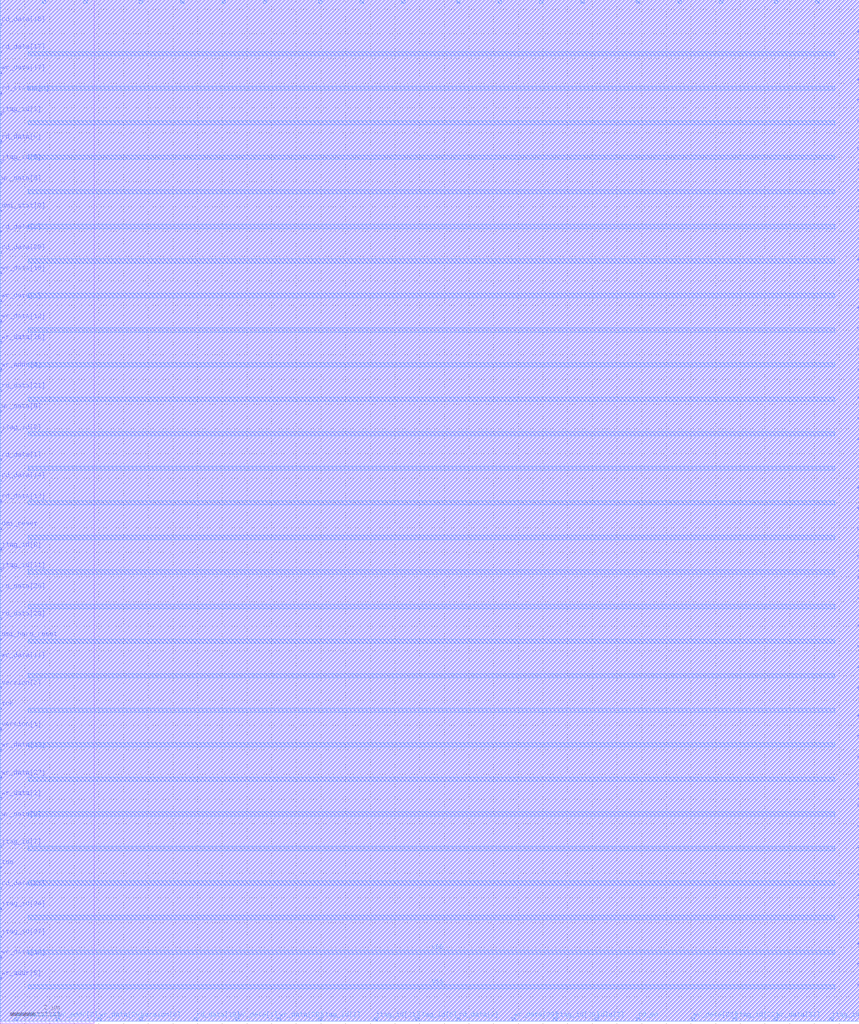
<source format=lef>
VERSION 5.8 ;
BUSBITCHARS "[]" ;
DIVIDERCHAR "/" ;
UNITS
    DATABASE MICRONS 2000 ;
END UNITS

MACRO rvjtag_tap
  FOREIGN rvjtag_tap 0 0 ;
  CLASS BLOCK ;
  SIZE 34.82 BY 41.385 ;
  PIN VSS
    USE GROUND ;
    DIRECTION INOUT ;
    PORT
      LAYER metal4 ;
        RECT  1.14 37.715 33.82 37.885 ;
        RECT  1.14 34.915 33.82 35.085 ;
        RECT  1.14 32.115 33.82 32.285 ;
        RECT  1.14 29.315 33.82 29.485 ;
        RECT  1.14 26.515 33.82 26.685 ;
        RECT  1.14 23.715 33.82 23.885 ;
        RECT  1.14 20.915 33.82 21.085 ;
        RECT  1.14 18.115 33.82 18.285 ;
        RECT  1.14 15.315 33.82 15.485 ;
        RECT  1.14 12.515 33.82 12.685 ;
        RECT  1.14 9.715 33.82 9.885 ;
        RECT  1.14 6.915 33.82 7.085 ;
        RECT  1.14 4.115 33.82 4.285 ;
        RECT  1.14 1.315 33.82 1.485 ;
    END
  END VSS
  PIN VDD
    USE POWER ;
    DIRECTION INOUT ;
    PORT
      LAYER metal4 ;
        RECT  1.14 39.115 33.82 39.285 ;
        RECT  1.14 36.315 33.82 36.485 ;
        RECT  1.14 33.515 33.82 33.685 ;
        RECT  1.14 30.715 33.82 30.885 ;
        RECT  1.14 27.915 33.82 28.085 ;
        RECT  1.14 25.115 33.82 25.285 ;
        RECT  1.14 22.315 33.82 22.485 ;
        RECT  1.14 19.515 33.82 19.685 ;
        RECT  1.14 16.715 33.82 16.885 ;
        RECT  1.14 13.915 33.82 14.085 ;
        RECT  1.14 11.115 33.82 11.285 ;
        RECT  1.14 8.315 33.82 8.485 ;
        RECT  1.14 5.515 33.82 5.685 ;
        RECT  1.14 2.715 33.82 2.885 ;
    END
  END VDD
  PIN dmi_hard_reset
    DIRECTION OUTPUT ;
    USE SIGNAL ;
    PORT
      LAYER metal3 ;
        RECT  0 15.435 0.07 15.505 ;
    END
  END dmi_hard_reset
  PIN dmi_reset
    DIRECTION OUTPUT ;
    USE SIGNAL ;
    PORT
      LAYER metal3 ;
        RECT  0 19.915 0.07 19.985 ;
    END
  END dmi_reset
  PIN dmi_stat[0]
    DIRECTION INPUT ;
    USE SIGNAL ;
    PORT
      LAYER metal3 ;
        RECT  0 32.795 0.07 32.865 ;
    END
  END dmi_stat[0]
  PIN dmi_stat[1]
    DIRECTION INPUT ;
    USE SIGNAL ;
    PORT
      LAYER metal3 ;
        RECT  34.75 10.675 34.82 10.745 ;
    END
  END dmi_stat[1]
  PIN idle[0]
    DIRECTION INPUT ;
    USE SIGNAL ;
    PORT
      LAYER metal3 ;
        RECT  34.75 20.755 34.82 20.825 ;
    END
  END idle[0]
  PIN idle[1]
    DIRECTION INPUT ;
    USE SIGNAL ;
    PORT
      LAYER metal3 ;
        RECT  34.75 23.555 34.82 23.625 ;
    END
  END idle[1]
  PIN idle[2]
    DIRECTION INPUT ;
    USE SIGNAL ;
    PORT
      LAYER metal4 ;
        RECT  24.105 0 24.245 0.14 ;
    END
  END idle[2]
  PIN jtag_id[10]
    DIRECTION INPUT ;
    USE SIGNAL ;
    PORT
      LAYER metal3 ;
        RECT  34.75 12.355 34.82 12.425 ;
    END
  END jtag_id[10]
  PIN jtag_id[11]
    DIRECTION INPUT ;
    USE SIGNAL ;
    PORT
      LAYER metal4 ;
        RECT  33.065 41.245 33.205 41.385 ;
    END
  END jtag_id[11]
  PIN jtag_id[12]
    DIRECTION INPUT ;
    USE SIGNAL ;
    PORT
      LAYER metal3 ;
        RECT  34.75 38.115 34.82 38.185 ;
    END
  END jtag_id[12]
  PIN jtag_id[13]
    DIRECTION INPUT ;
    USE SIGNAL ;
    PORT
      LAYER metal4 ;
        RECT  3.385 41.245 3.525 41.385 ;
    END
  END jtag_id[13]
  PIN jtag_id[14]
    DIRECTION INPUT ;
    USE SIGNAL ;
    PORT
      LAYER metal3 ;
        RECT  34.75 37.275 34.82 37.345 ;
    END
  END jtag_id[14]
  PIN jtag_id[15]
    DIRECTION INPUT ;
    USE SIGNAL ;
    PORT
      LAYER metal3 ;
        RECT  34.75 25.235 34.82 25.305 ;
    END
  END jtag_id[15]
  PIN jtag_id[16]
    DIRECTION INPUT ;
    USE SIGNAL ;
    PORT
      LAYER metal3 ;
        RECT  34.75 39.235 34.82 39.305 ;
    END
  END jtag_id[16]
  PIN jtag_id[17]
    DIRECTION INPUT ;
    USE SIGNAL ;
    PORT
      LAYER metal4 ;
        RECT  16.265 41.245 16.405 41.385 ;
    END
  END jtag_id[17]
  PIN jtag_id[18]
    DIRECTION INPUT ;
    USE SIGNAL ;
    PORT
      LAYER metal3 ;
        RECT  34.75 21.595 34.82 21.665 ;
    END
  END jtag_id[18]
  PIN jtag_id[19]
    DIRECTION INPUT ;
    USE SIGNAL ;
    PORT
      LAYER metal4 ;
        RECT  7.305 41.245 7.445 41.385 ;
    END
  END jtag_id[19]
  PIN jtag_id[1]
    DIRECTION INPUT ;
    USE SIGNAL ;
    PORT
      LAYER metal4 ;
        RECT  12.905 0 13.045 0.14 ;
    END
  END jtag_id[1]
  PIN jtag_id[20]
    DIRECTION INPUT ;
    USE SIGNAL ;
    PORT
      LAYER metal4 ;
        RECT  5.625 41.245 5.765 41.385 ;
    END
  END jtag_id[20]
  PIN jtag_id[21]
    DIRECTION INPUT ;
    USE SIGNAL ;
    PORT
      LAYER metal4 ;
        RECT  15.145 0 15.285 0.14 ;
    END
  END jtag_id[21]
  PIN jtag_id[22]
    DIRECTION INPUT ;
    USE SIGNAL ;
    PORT
      LAYER metal4 ;
        RECT  29.705 0 29.845 0.14 ;
    END
  END jtag_id[22]
  PIN jtag_id[23]
    DIRECTION INPUT ;
    USE SIGNAL ;
    PORT
      LAYER metal4 ;
        RECT  33.625 0 33.765 0.14 ;
    END
  END jtag_id[23]
  PIN jtag_id[24]
    DIRECTION INPUT ;
    USE SIGNAL ;
    PORT
      LAYER metal3 ;
        RECT  0 4.515 0.07 4.585 ;
    END
  END jtag_id[24]
  PIN jtag_id[25]
    DIRECTION INPUT ;
    USE SIGNAL ;
    PORT
      LAYER metal3 ;
        RECT  34.75 28.875 34.82 28.945 ;
    END
  END jtag_id[25]
  PIN jtag_id[26]
    DIRECTION INPUT ;
    USE SIGNAL ;
    PORT
      LAYER metal3 ;
        RECT  34.75 28.035 34.82 28.105 ;
    END
  END jtag_id[26]
  PIN jtag_id[27]
    DIRECTION INPUT ;
    USE SIGNAL ;
    PORT
      LAYER metal3 ;
        RECT  0 3.395 0.07 3.465 ;
    END
  END jtag_id[27]
  PIN jtag_id[28]
    DIRECTION INPUT ;
    USE SIGNAL ;
    PORT
      LAYER metal4 ;
        RECT  21.865 41.245 22.005 41.385 ;
    END
  END jtag_id[28]
  PIN jtag_id[29]
    DIRECTION INPUT ;
    USE SIGNAL ;
    PORT
      LAYER metal4 ;
        RECT  31.385 41.245 31.525 41.385 ;
    END
  END jtag_id[29]
  PIN jtag_id[2]
    DIRECTION INPUT ;
    USE SIGNAL ;
    PORT
      LAYER metal3 ;
        RECT  0 23.835 0.07 23.905 ;
    END
  END jtag_id[2]
  PIN jtag_id[30]
    DIRECTION INPUT ;
    USE SIGNAL ;
    PORT
      LAYER metal4 ;
        RECT  22.425 0 22.565 0.14 ;
    END
  END jtag_id[30]
  PIN jtag_id[31]
    DIRECTION INPUT ;
    USE SIGNAL ;
    PORT
      LAYER metal3 ;
        RECT  0 18.235 0.07 18.305 ;
    END
  END jtag_id[31]
  PIN jtag_id[3]
    DIRECTION INPUT ;
    USE SIGNAL ;
    PORT
      LAYER metal3 ;
        RECT  0 36.715 0.07 36.785 ;
    END
  END jtag_id[3]
  PIN jtag_id[4]
    DIRECTION INPUT ;
    USE SIGNAL ;
    PORT
      LAYER metal3 ;
        RECT  34.75 3.115 34.82 3.185 ;
    END
  END jtag_id[4]
  PIN jtag_id[5]
    DIRECTION INPUT ;
    USE SIGNAL ;
    PORT
      LAYER metal3 ;
        RECT  0 34.755 0.07 34.825 ;
    END
  END jtag_id[5]
  PIN jtag_id[6]
    DIRECTION INPUT ;
    USE SIGNAL ;
    PORT
      LAYER metal4 ;
        RECT  16.825 0 16.965 0.14 ;
    END
  END jtag_id[6]
  PIN jtag_id[7]
    DIRECTION INPUT ;
    USE SIGNAL ;
    PORT
      LAYER metal3 ;
        RECT  0 7.035 0.07 7.105 ;
    END
  END jtag_id[7]
  PIN jtag_id[8]
    DIRECTION INPUT ;
    USE SIGNAL ;
    PORT
      LAYER metal3 ;
        RECT  0 19.075 0.07 19.145 ;
    END
  END jtag_id[8]
  PIN jtag_id[9]
    DIRECTION INPUT ;
    USE SIGNAL ;
    PORT
      LAYER metal4 ;
        RECT  12.905 41.245 13.045 41.385 ;
    END
  END jtag_id[9]
  PIN rd_data[0]
    DIRECTION INPUT ;
    USE SIGNAL ;
    PORT
      LAYER metal3 ;
        RECT  0 35.595 0.07 35.665 ;
    END
  END rd_data[0]
  PIN rd_data[10]
    DIRECTION INPUT ;
    USE SIGNAL ;
    PORT
      LAYER metal3 ;
        RECT  34.75 14.315 34.82 14.385 ;
    END
  END rd_data[10]
  PIN rd_data[11]
    DIRECTION INPUT ;
    USE SIGNAL ;
    PORT
      LAYER metal3 ;
        RECT  34.75 30.835 34.82 30.905 ;
    END
  END rd_data[11]
  PIN rd_data[12]
    DIRECTION INPUT ;
    USE SIGNAL ;
    PORT
      LAYER metal3 ;
        RECT  34.75 7.035 34.82 7.105 ;
    END
  END rd_data[12]
  PIN rd_data[13]
    DIRECTION INPUT ;
    USE SIGNAL ;
    PORT
      LAYER metal3 ;
        RECT  0 21.035 0.07 21.105 ;
    END
  END rd_data[13]
  PIN rd_data[14]
    DIRECTION INPUT ;
    USE SIGNAL ;
    PORT
      LAYER metal3 ;
        RECT  0 21.875 0.07 21.945 ;
    END
  END rd_data[14]
  PIN rd_data[15]
    DIRECTION INPUT ;
    USE SIGNAL ;
    PORT
      LAYER metal3 ;
        RECT  34.75 1.435 34.82 1.505 ;
    END
  END rd_data[15]
  PIN rd_data[16]
    DIRECTION INPUT ;
    USE SIGNAL ;
    PORT
      LAYER metal3 ;
        RECT  34.75 27.195 34.82 27.265 ;
    END
  END rd_data[16]
  PIN rd_data[17]
    DIRECTION INPUT ;
    USE SIGNAL ;
    PORT
      LAYER metal3 ;
        RECT  0 39.235 0.07 39.305 ;
    END
  END rd_data[17]
  PIN rd_data[18]
    DIRECTION INPUT ;
    USE SIGNAL ;
    PORT
      LAYER metal3 ;
        RECT  0 40.355 0.07 40.425 ;
    END
  END rd_data[18]
  PIN rd_data[19]
    DIRECTION INPUT ;
    USE SIGNAL ;
    PORT
      LAYER metal4 ;
        RECT  7.865 0 8.005 0.14 ;
    END
  END rd_data[19]
  PIN rd_data[1]
    DIRECTION INPUT ;
    USE SIGNAL ;
    PORT
      LAYER metal3 ;
        RECT  0 22.715 0.07 22.785 ;
    END
  END rd_data[1]
  PIN rd_data[20]
    DIRECTION INPUT ;
    USE SIGNAL ;
    PORT
      LAYER metal3 ;
        RECT  0 17.395 0.07 17.465 ;
    END
  END rd_data[20]
  PIN rd_data[21]
    DIRECTION INPUT ;
    USE SIGNAL ;
    PORT
      LAYER metal3 ;
        RECT  0 25.515 0.07 25.585 ;
    END
  END rd_data[21]
  PIN rd_data[22]
    DIRECTION INPUT ;
    USE SIGNAL ;
    PORT
      LAYER metal3 ;
        RECT  34.75 40.075 34.82 40.145 ;
    END
  END rd_data[22]
  PIN rd_data[23]
    DIRECTION INPUT ;
    USE SIGNAL ;
    PORT
      LAYER metal4 ;
        RECT  27.465 41.245 27.605 41.385 ;
    END
  END rd_data[23]
  PIN rd_data[24]
    DIRECTION INPUT ;
    USE SIGNAL ;
    PORT
      LAYER metal3 ;
        RECT  34.75 32.795 34.82 32.865 ;
    END
  END rd_data[24]
  PIN rd_data[25]
    DIRECTION INPUT ;
    USE SIGNAL ;
    PORT
      LAYER metal3 ;
        RECT  34.75 31.675 34.82 31.745 ;
    END
  END rd_data[25]
  PIN rd_data[26]
    DIRECTION INPUT ;
    USE SIGNAL ;
    PORT
      LAYER metal3 ;
        RECT  34.75 33.635 34.82 33.705 ;
    END
  END rd_data[26]
  PIN rd_data[27]
    DIRECTION INPUT ;
    USE SIGNAL ;
    PORT
      LAYER metal3 ;
        RECT  0 5.355 0.07 5.425 ;
    END
  END rd_data[27]
  PIN rd_data[28]
    DIRECTION INPUT ;
    USE SIGNAL ;
    PORT
      LAYER metal3 ;
        RECT  0 16.275 0.07 16.345 ;
    END
  END rd_data[28]
  PIN rd_data[29]
    DIRECTION INPUT ;
    USE SIGNAL ;
    PORT
      LAYER metal3 ;
        RECT  0 31.115 0.07 31.185 ;
    END
  END rd_data[29]
  PIN rd_data[2]
    DIRECTION INPUT ;
    USE SIGNAL ;
    PORT
      LAYER metal4 ;
        RECT  18.505 0 18.645 0.14 ;
    END
  END rd_data[2]
  PIN rd_data[30]
    DIRECTION INPUT ;
    USE SIGNAL ;
    PORT
      LAYER metal3 ;
        RECT  34.75 22.435 34.82 22.505 ;
    END
  END rd_data[30]
  PIN rd_data[31]
    DIRECTION INPUT ;
    USE SIGNAL ;
    PORT
      LAYER metal3 ;
        RECT  34.75 18.795 34.82 18.865 ;
    END
  END rd_data[31]
  PIN rd_data[3]
    DIRECTION INPUT ;
    USE SIGNAL ;
    PORT
      LAYER metal3 ;
        RECT  0 31.955 0.07 32.025 ;
    END
  END rd_data[3]
  PIN rd_data[4]
    DIRECTION INPUT ;
    USE SIGNAL ;
    PORT
      LAYER metal4 ;
        RECT  1.705 41.245 1.845 41.385 ;
    END
  END rd_data[4]
  PIN rd_data[5]
    DIRECTION INPUT ;
    USE SIGNAL ;
    PORT
      LAYER metal3 ;
        RECT  34.75 11.515 34.82 11.585 ;
    END
  END rd_data[5]
  PIN rd_data[6]
    DIRECTION INPUT ;
    USE SIGNAL ;
    PORT
      LAYER metal3 ;
        RECT  34.75 19.915 34.82 19.985 ;
    END
  END rd_data[6]
  PIN rd_data[7]
    DIRECTION INPUT ;
    USE SIGNAL ;
    PORT
      LAYER metal4 ;
        RECT  25.785 41.245 25.925 41.385 ;
    END
  END rd_data[7]
  PIN rd_data[8]
    DIRECTION INPUT ;
    USE SIGNAL ;
    PORT
      LAYER metal3 ;
        RECT  34.75 15.995 34.82 16.065 ;
    END
  END rd_data[8]
  PIN rd_data[9]
    DIRECTION INPUT ;
    USE SIGNAL ;
    PORT
      LAYER metal3 ;
        RECT  34.75 7.875 34.82 7.945 ;
    END
  END rd_data[9]
  PIN rd_en
    DIRECTION OUTPUT ;
    USE SIGNAL ;
    PORT
      LAYER metal4 ;
        RECT  25.785 0 25.925 0.14 ;
    END
  END rd_en
  PIN rd_status[0]
    DIRECTION INPUT ;
    USE SIGNAL ;
    PORT
      LAYER metal3 ;
        RECT  0 37.555 0.07 37.625 ;
    END
  END rd_status[0]
  PIN rd_status[1]
    DIRECTION INPUT ;
    USE SIGNAL ;
    PORT
      LAYER metal3 ;
        RECT  34.75 36.435 34.82 36.505 ;
    END
  END rd_status[1]
  PIN tck
    DIRECTION INPUT ;
    USE SIGNAL ;
    PORT
      LAYER metal3 ;
        RECT  0 12.635 0.07 12.705 ;
    END
  END tck
  PIN tdi
    DIRECTION INPUT ;
    USE SIGNAL ;
    PORT
      LAYER metal3 ;
        RECT  34.75 15.155 34.82 15.225 ;
    END
  END tdi
  PIN tdo
    DIRECTION OUTPUT ;
    USE SIGNAL ;
    PORT
      LAYER metal3 ;
        RECT  0 6.195 0.07 6.265 ;
    END
  END tdo
  PIN tdoEnable
    DIRECTION OUTPUT ;
    USE SIGNAL ;
    PORT
      LAYER metal3 ;
        RECT  34.75 9.555 34.82 9.625 ;
    END
  END tdoEnable
  PIN tms
    DIRECTION INPUT ;
    USE SIGNAL ;
    PORT
      LAYER metal4 ;
        RECT  8.985 41.245 9.125 41.385 ;
    END
  END tms
  PIN trst
    DIRECTION INPUT ;
    USE SIGNAL ;
    PORT
      LAYER metal3 ;
        RECT  34.75 5.075 34.82 5.145 ;
    END
  END trst
  PIN version[0]
    DIRECTION INPUT ;
    USE SIGNAL ;
    PORT
      LAYER metal4 ;
        RECT  5.625 0 5.765 0.14 ;
    END
  END version[0]
  PIN version[1]
    DIRECTION INPUT ;
    USE SIGNAL ;
    PORT
      LAYER metal3 ;
        RECT  0 11.795 0.07 11.865 ;
    END
  END version[1]
  PIN version[2]
    DIRECTION INPUT ;
    USE SIGNAL ;
    PORT
      LAYER metal3 ;
        RECT  34.75 13.475 34.82 13.545 ;
    END
  END version[2]
  PIN version[3]
    DIRECTION INPUT ;
    USE SIGNAL ;
    PORT
      LAYER metal3 ;
        RECT  0 13.475 0.07 13.545 ;
    END
  END version[3]
  PIN wr_addr[0]
    DIRECTION OUTPUT ;
    USE SIGNAL ;
    PORT
      LAYER metal3 ;
        RECT  34.75 24.395 34.82 24.465 ;
    END
  END wr_addr[0]
  PIN wr_addr[1]
    DIRECTION OUTPUT ;
    USE SIGNAL ;
    PORT
      LAYER metal3 ;
        RECT  34.75 5.915 34.82 5.985 ;
    END
  END wr_addr[1]
  PIN wr_addr[2]
    DIRECTION OUTPUT ;
    USE SIGNAL ;
    PORT
      LAYER metal4 ;
        RECT  2.265 0 2.405 0.14 ;
    END
  END wr_addr[2]
  PIN wr_addr[3]
    DIRECTION OUTPUT ;
    USE SIGNAL ;
    PORT
      LAYER metal3 ;
        RECT  34.75 17.955 34.82 18.025 ;
    END
  END wr_addr[3]
  PIN wr_addr[4]
    DIRECTION OUTPUT ;
    USE SIGNAL ;
    PORT
      LAYER metal3 ;
        RECT  0 26.355 0.07 26.425 ;
    END
  END wr_addr[4]
  PIN wr_addr[5]
    DIRECTION OUTPUT ;
    USE SIGNAL ;
    PORT
      LAYER metal3 ;
        RECT  0 1.715 0.07 1.785 ;
    END
  END wr_addr[5]
  PIN wr_addr[6]
    DIRECTION OUTPUT ;
    USE SIGNAL ;
    PORT
      LAYER metal3 ;
        RECT  34.75 34.475 34.82 34.545 ;
    END
  END wr_addr[6]
  PIN wr_data[0]
    DIRECTION OUTPUT ;
    USE SIGNAL ;
    PORT
      LAYER metal3 ;
        RECT  34.75 8.715 34.82 8.785 ;
    END
  END wr_data[0]
  PIN wr_data[10]
    DIRECTION OUTPUT ;
    USE SIGNAL ;
    PORT
      LAYER metal3 ;
        RECT  34.75 35.315 34.82 35.385 ;
    END
  END wr_data[10]
  PIN wr_data[11]
    DIRECTION OUTPUT ;
    USE SIGNAL ;
    PORT
      LAYER metal3 ;
        RECT  0 14.595 0.07 14.665 ;
    END
  END wr_data[11]
  PIN wr_data[12]
    DIRECTION OUTPUT ;
    USE SIGNAL ;
    PORT
      LAYER metal3 ;
        RECT  0 28.315 0.07 28.385 ;
    END
  END wr_data[12]
  PIN wr_data[13]
    DIRECTION OUTPUT ;
    USE SIGNAL ;
    PORT
      LAYER metal3 ;
        RECT  0 10.955 0.07 11.025 ;
    END
  END wr_data[13]
  PIN wr_data[14]
    DIRECTION OUTPUT ;
    USE SIGNAL ;
    PORT
      LAYER metal4 ;
        RECT  0.585 0 0.725 0.14 ;
    END
  END wr_data[14]
  PIN wr_data[15]
    DIRECTION OUTPUT ;
    USE SIGNAL ;
    PORT
      LAYER metal3 ;
        RECT  34.75 2.275 34.82 2.345 ;
    END
  END wr_data[15]
  PIN wr_data[16]
    DIRECTION OUTPUT ;
    USE SIGNAL ;
    PORT
      LAYER metal3 ;
        RECT  0 30.275 0.07 30.345 ;
    END
  END wr_data[16]
  PIN wr_data[17]
    DIRECTION OUTPUT ;
    USE SIGNAL ;
    PORT
      LAYER metal3 ;
        RECT  0 38.395 0.07 38.465 ;
    END
  END wr_data[17]
  PIN wr_data[18]
    DIRECTION OUTPUT ;
    USE SIGNAL ;
    PORT
      LAYER metal4 ;
        RECT  14.585 41.245 14.725 41.385 ;
    END
  END wr_data[18]
  PIN wr_data[19]
    DIRECTION OUTPUT ;
    USE SIGNAL ;
    PORT
      LAYER metal3 ;
        RECT  0 2.555 0.07 2.625 ;
    END
  END wr_data[19]
  PIN wr_data[1]
    DIRECTION OUTPUT ;
    USE SIGNAL ;
    PORT
      LAYER metal4 ;
        RECT  9.545 0 9.685 0.14 ;
    END
  END wr_data[1]
  PIN wr_data[20]
    DIRECTION OUTPUT ;
    USE SIGNAL ;
    PORT
      LAYER metal4 ;
        RECT  3.945 0 4.085 0.14 ;
    END
  END wr_data[20]
  PIN wr_data[21]
    DIRECTION OUTPUT ;
    USE SIGNAL ;
    PORT
      LAYER metal4 ;
        RECT  23.545 41.245 23.685 41.385 ;
    END
  END wr_data[21]
  PIN wr_data[22]
    DIRECTION OUTPUT ;
    USE SIGNAL ;
    PORT
      LAYER metal4 ;
        RECT  10.665 41.245 10.805 41.385 ;
    END
  END wr_data[22]
  PIN wr_data[23]
    DIRECTION OUTPUT ;
    USE SIGNAL ;
    PORT
      LAYER metal4 ;
        RECT  28.025 0 28.165 0.14 ;
    END
  END wr_data[23]
  PIN wr_data[24]
    DIRECTION OUTPUT ;
    USE SIGNAL ;
    PORT
      LAYER metal4 ;
        RECT  29.145 41.245 29.285 41.385 ;
    END
  END wr_data[24]
  PIN wr_data[25]
    DIRECTION OUTPUT ;
    USE SIGNAL ;
    PORT
      LAYER metal3 ;
        RECT  34.75 17.115 34.82 17.185 ;
    END
  END wr_data[25]
  PIN wr_data[26]
    DIRECTION OUTPUT ;
    USE SIGNAL ;
    PORT
      LAYER metal3 ;
        RECT  0 27.475 0.07 27.545 ;
    END
  END wr_data[26]
  PIN wr_data[27]
    DIRECTION OUTPUT ;
    USE SIGNAL ;
    PORT
      LAYER metal3 ;
        RECT  0 9.835 0.07 9.905 ;
    END
  END wr_data[27]
  PIN wr_data[28]
    DIRECTION OUTPUT ;
    USE SIGNAL ;
    PORT
      LAYER metal4 ;
        RECT  11.225 0 11.365 0.14 ;
    END
  END wr_data[28]
  PIN wr_data[29]
    DIRECTION OUTPUT ;
    USE SIGNAL ;
    PORT
      LAYER metal4 ;
        RECT  20.745 0 20.885 0.14 ;
    END
  END wr_data[29]
  PIN wr_data[2]
    DIRECTION OUTPUT ;
    USE SIGNAL ;
    PORT
      LAYER metal3 ;
        RECT  0 8.995 0.07 9.065 ;
    END
  END wr_data[2]
  PIN wr_data[30]
    DIRECTION OUTPUT ;
    USE SIGNAL ;
    PORT
      LAYER metal3 ;
        RECT  34.75 29.995 34.82 30.065 ;
    END
  END wr_data[30]
  PIN wr_data[31]
    DIRECTION OUTPUT ;
    USE SIGNAL ;
    PORT
      LAYER metal4 ;
        RECT  31.385 0 31.525 0.14 ;
    END
  END wr_data[31]
  PIN wr_data[3]
    DIRECTION OUTPUT ;
    USE SIGNAL ;
    PORT
      LAYER metal4 ;
        RECT  20.185 41.245 20.325 41.385 ;
    END
  END wr_data[3]
  PIN wr_data[4]
    DIRECTION OUTPUT ;
    USE SIGNAL ;
    PORT
      LAYER metal4 ;
        RECT  18.505 41.245 18.645 41.385 ;
    END
  END wr_data[4]
  PIN wr_data[5]
    DIRECTION OUTPUT ;
    USE SIGNAL ;
    PORT
      LAYER metal3 ;
        RECT  0 29.155 0.07 29.225 ;
    END
  END wr_data[5]
  PIN wr_data[6]
    DIRECTION OUTPUT ;
    USE SIGNAL ;
    PORT
      LAYER metal3 ;
        RECT  0 33.915 0.07 33.985 ;
    END
  END wr_data[6]
  PIN wr_data[7]
    DIRECTION OUTPUT ;
    USE SIGNAL ;
    PORT
      LAYER metal3 ;
        RECT  34.75 4.235 34.82 4.305 ;
    END
  END wr_data[7]
  PIN wr_data[8]
    DIRECTION OUTPUT ;
    USE SIGNAL ;
    PORT
      LAYER metal3 ;
        RECT  0 8.155 0.07 8.225 ;
    END
  END wr_data[8]
  PIN wr_data[9]
    DIRECTION OUTPUT ;
    USE SIGNAL ;
    PORT
      LAYER metal3 ;
        RECT  0 24.675 0.07 24.745 ;
    END
  END wr_data[9]
  PIN wr_en
    DIRECTION OUTPUT ;
    USE SIGNAL ;
    PORT
      LAYER metal3 ;
        RECT  34.75 26.355 34.82 26.425 ;
    END
  END wr_en
  OBS
    LAYER metal1 ;
     RECT  0 -0.085 3.8 41.385 ;
     RECT  3.8 0 34.82 41.385 ;
    LAYER metal2 ;
     RECT  0 0 34.82 41.385 ;
    LAYER metal3 ;
     RECT  0 0 34.82 41.385 ;
    LAYER metal4 ;
     RECT  0 0 34.82 41.385 ;
  END
END rvjtag_tap
END LIBRARY

</source>
